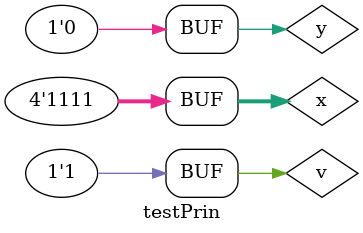
<source format=v>
module Adder (output s0, output s1,input a, input b);

xor XOR1 (s0,a,b);
and AND1 (s1,a,b);

endmodule//Adder

module fullAdder (output s2,output Carry_out,input Carry_in,input x,input y);

wire temp1,temp2,temp3;

Adder A1 (temp1,temp2,x,y);
Adder A2 (s2,temp3,temp1,Carry_in);
or OR1(Carry_out,temp3,temp2);

endmodule//fullAdder

module Prin (output [3:0] s,output Carry_out,input Carry_in,input [3:0] x1,input y);

wire temp4,temp5,temp6,Nx0,Nx1,Nx2,Nx3;

not NOT1 (Nx0,x1[0]);
not NOT2 (Nx1,x1[1]);
not NOT3 (Nx2,x1[2]);
not NOT4 (Nx3,x1[3]);
fullAdder fA1(s[0],temp4,Carry_in,Nx0,y);
fullAdder fA2(s[1],temp5,temp4,Nx1,y);
fullAdder fA3(s[2],temp6,temp5,Nx2,y);
fullAdder fA4(s[3],Carry_out,temp6,Nx3,y);

endmodule//Prin

module testPrin;
// ------------------------- definir dados 
reg [3:0] x;
reg y;
reg  v;
wire [3:0] s;
wire Carry_out; 
Prin modulo ( s, Carry_out,v, x, y);
// ------------------------- parte principal 
initial begin 
$display("Exemplo0025 - Filipe Viana de Miranda - 446415"); 
$display("Test AU's module"); 
x = 4'b0000; v = 'b1; y = 0; 
// projetar testes do modulo 
$display("\na b Carry_in Carr_out s");
#1 $monitor("%b %b %b %b",x,v,Carry_out,s);
#1 x='b0001; v= 'b1;  
#1 x='b0010; v= 'b1;
#1 x='b0011; v= 'b1;

#1 x='b0100; v= 'b1; 
#1 x='b0101; v= 'b1;  
#1 x='b0110; v= 'b1;
#1 x='b0111; v= 'b1;

#1 x='b1000; v= 'b1; 
#1 x='b1001; v= 'b1;  
#1 x='b1010; v= 'b1;
#1 x='b1011; v= 'b1;

#1 x='b1100; v= 'b1; 
#1 x='b1101; v= 'b1;  
#1 x='b1110; v= 'b1;
#1 x='b1111; v= 'b1;


end 
endmodule // test_FullAdder 
</source>
